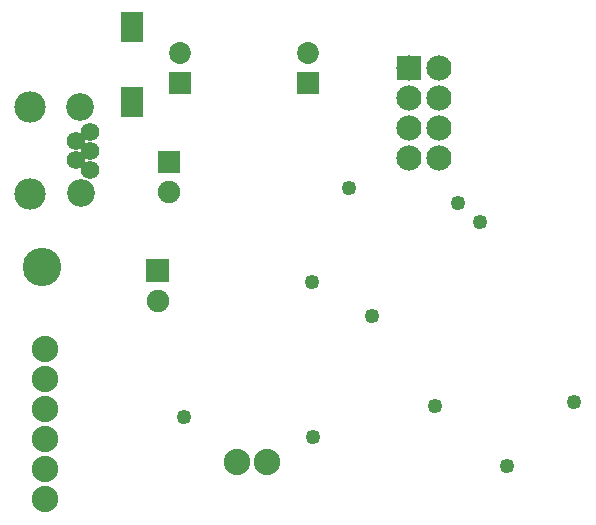
<source format=gbs>
G04 MADE WITH FRITZING*
G04 WWW.FRITZING.ORG*
G04 DOUBLE SIDED*
G04 HOLES PLATED*
G04 CONTOUR ON CENTER OF CONTOUR VECTOR*
%ASAXBY*%
%FSLAX23Y23*%
%MOIN*%
%OFA0B0*%
%SFA1.0B1.0*%
%ADD10C,0.092677*%
%ADD11C,0.084000*%
%ADD12C,0.049370*%
%ADD13C,0.072992*%
%ADD14C,0.128110*%
%ADD15C,0.061496*%
%ADD16C,0.104803*%
%ADD17C,0.088000*%
%ADD18C,0.075000*%
%ADD19R,0.084000X0.084000*%
%ADD20R,0.072992X0.072992*%
%ADD21R,0.072992X0.100551*%
%ADD22R,0.001000X0.001000*%
%LNMASK0*%
G90*
G70*
G54D10*
X222Y1320D03*
X220Y1606D03*
G54D11*
X1416Y1737D03*
X1416Y1637D03*
X1416Y1537D03*
X1416Y1437D03*
X1316Y1737D03*
X1316Y1637D03*
X1316Y1537D03*
X1316Y1437D03*
G54D12*
X1553Y1225D03*
X1478Y1287D03*
G54D13*
X553Y1689D03*
X553Y1787D03*
X978Y1689D03*
X978Y1787D03*
G54D14*
X91Y1075D03*
G54D15*
X253Y1525D03*
X253Y1462D03*
X253Y1399D03*
X206Y1494D03*
X206Y1431D03*
G54D16*
X52Y1318D03*
X52Y1606D03*
G54D12*
X1403Y612D03*
X566Y575D03*
G54D17*
X841Y425D03*
X741Y425D03*
X103Y800D03*
X103Y700D03*
X103Y600D03*
X103Y500D03*
X103Y400D03*
X103Y300D03*
G54D12*
X991Y1025D03*
X994Y507D03*
X1866Y625D03*
X1116Y1337D03*
X1641Y412D03*
X1191Y912D03*
G54D18*
X516Y1325D03*
X516Y1425D03*
X478Y962D03*
X478Y1062D03*
G54D19*
X1316Y1737D03*
G54D20*
X553Y1689D03*
X978Y1689D03*
G54D21*
X391Y1625D03*
X391Y1873D03*
G54D22*
X478Y1462D02*
X552Y1462D01*
X478Y1461D02*
X552Y1461D01*
X478Y1460D02*
X552Y1460D01*
X478Y1459D02*
X552Y1459D01*
X478Y1458D02*
X552Y1458D01*
X478Y1457D02*
X552Y1457D01*
X478Y1456D02*
X552Y1456D01*
X478Y1455D02*
X552Y1455D01*
X478Y1454D02*
X552Y1454D01*
X478Y1453D02*
X552Y1453D01*
X478Y1452D02*
X552Y1452D01*
X478Y1451D02*
X552Y1451D01*
X478Y1450D02*
X552Y1450D01*
X478Y1449D02*
X552Y1449D01*
X478Y1448D02*
X552Y1448D01*
X478Y1447D02*
X552Y1447D01*
X478Y1446D02*
X552Y1446D01*
X478Y1445D02*
X552Y1445D01*
X478Y1444D02*
X552Y1444D01*
X478Y1443D02*
X552Y1443D01*
X478Y1442D02*
X552Y1442D01*
X478Y1441D02*
X552Y1441D01*
X478Y1440D02*
X552Y1440D01*
X478Y1439D02*
X552Y1439D01*
X478Y1438D02*
X552Y1438D01*
X478Y1437D02*
X552Y1437D01*
X478Y1436D02*
X552Y1436D01*
X478Y1435D02*
X552Y1435D01*
X478Y1434D02*
X552Y1434D01*
X478Y1433D02*
X511Y1433D01*
X519Y1433D02*
X552Y1433D01*
X478Y1432D02*
X509Y1432D01*
X521Y1432D02*
X552Y1432D01*
X478Y1431D02*
X508Y1431D01*
X522Y1431D02*
X552Y1431D01*
X478Y1430D02*
X508Y1430D01*
X523Y1430D02*
X552Y1430D01*
X478Y1429D02*
X507Y1429D01*
X523Y1429D02*
X552Y1429D01*
X478Y1428D02*
X506Y1428D01*
X524Y1428D02*
X552Y1428D01*
X478Y1427D02*
X506Y1427D01*
X524Y1427D02*
X552Y1427D01*
X478Y1426D02*
X506Y1426D01*
X524Y1426D02*
X552Y1426D01*
X478Y1425D02*
X506Y1425D01*
X525Y1425D02*
X552Y1425D01*
X478Y1424D02*
X506Y1424D01*
X525Y1424D02*
X552Y1424D01*
X478Y1423D02*
X506Y1423D01*
X524Y1423D02*
X552Y1423D01*
X478Y1422D02*
X506Y1422D01*
X524Y1422D02*
X552Y1422D01*
X478Y1421D02*
X507Y1421D01*
X524Y1421D02*
X552Y1421D01*
X478Y1420D02*
X507Y1420D01*
X523Y1420D02*
X552Y1420D01*
X478Y1419D02*
X508Y1419D01*
X522Y1419D02*
X552Y1419D01*
X478Y1418D02*
X509Y1418D01*
X521Y1418D02*
X552Y1418D01*
X478Y1417D02*
X510Y1417D01*
X520Y1417D02*
X552Y1417D01*
X478Y1416D02*
X552Y1416D01*
X478Y1415D02*
X552Y1415D01*
X478Y1414D02*
X552Y1414D01*
X478Y1413D02*
X552Y1413D01*
X478Y1412D02*
X552Y1412D01*
X478Y1411D02*
X552Y1411D01*
X478Y1410D02*
X552Y1410D01*
X478Y1409D02*
X552Y1409D01*
X478Y1408D02*
X552Y1408D01*
X478Y1407D02*
X552Y1407D01*
X478Y1406D02*
X552Y1406D01*
X478Y1405D02*
X552Y1405D01*
X478Y1404D02*
X552Y1404D01*
X478Y1403D02*
X552Y1403D01*
X478Y1402D02*
X552Y1402D01*
X478Y1401D02*
X552Y1401D01*
X478Y1400D02*
X552Y1400D01*
X478Y1399D02*
X552Y1399D01*
X478Y1398D02*
X552Y1398D01*
X478Y1397D02*
X552Y1397D01*
X478Y1396D02*
X552Y1396D01*
X478Y1395D02*
X552Y1395D01*
X478Y1394D02*
X552Y1394D01*
X478Y1393D02*
X552Y1393D01*
X478Y1392D02*
X552Y1392D01*
X478Y1391D02*
X552Y1391D01*
X478Y1390D02*
X552Y1390D01*
X478Y1389D02*
X552Y1389D01*
X478Y1388D02*
X552Y1388D01*
X441Y1099D02*
X515Y1099D01*
X441Y1098D02*
X515Y1098D01*
X441Y1097D02*
X515Y1097D01*
X441Y1096D02*
X515Y1096D01*
X441Y1095D02*
X515Y1095D01*
X441Y1094D02*
X515Y1094D01*
X441Y1093D02*
X515Y1093D01*
X441Y1092D02*
X515Y1092D01*
X441Y1091D02*
X515Y1091D01*
X441Y1090D02*
X515Y1090D01*
X441Y1089D02*
X515Y1089D01*
X441Y1088D02*
X515Y1088D01*
X441Y1087D02*
X515Y1087D01*
X441Y1086D02*
X515Y1086D01*
X441Y1085D02*
X515Y1085D01*
X441Y1084D02*
X515Y1084D01*
X441Y1083D02*
X515Y1083D01*
X441Y1082D02*
X515Y1082D01*
X441Y1081D02*
X515Y1081D01*
X441Y1080D02*
X515Y1080D01*
X441Y1079D02*
X515Y1079D01*
X441Y1078D02*
X515Y1078D01*
X441Y1077D02*
X515Y1077D01*
X441Y1076D02*
X515Y1076D01*
X441Y1075D02*
X515Y1075D01*
X441Y1074D02*
X515Y1074D01*
X441Y1073D02*
X515Y1073D01*
X441Y1072D02*
X515Y1072D01*
X441Y1071D02*
X475Y1071D01*
X480Y1071D02*
X515Y1071D01*
X441Y1070D02*
X473Y1070D01*
X483Y1070D02*
X515Y1070D01*
X441Y1069D02*
X471Y1069D01*
X484Y1069D02*
X515Y1069D01*
X441Y1068D02*
X470Y1068D01*
X485Y1068D02*
X515Y1068D01*
X441Y1067D02*
X470Y1067D01*
X486Y1067D02*
X515Y1067D01*
X441Y1066D02*
X469Y1066D01*
X486Y1066D02*
X515Y1066D01*
X441Y1065D02*
X469Y1065D01*
X487Y1065D02*
X515Y1065D01*
X441Y1064D02*
X468Y1064D01*
X487Y1064D02*
X515Y1064D01*
X441Y1063D02*
X468Y1063D01*
X487Y1063D02*
X515Y1063D01*
X441Y1062D02*
X468Y1062D01*
X487Y1062D02*
X515Y1062D01*
X441Y1061D02*
X468Y1061D01*
X487Y1061D02*
X515Y1061D01*
X441Y1060D02*
X469Y1060D01*
X487Y1060D02*
X515Y1060D01*
X441Y1059D02*
X469Y1059D01*
X486Y1059D02*
X515Y1059D01*
X441Y1058D02*
X470Y1058D01*
X486Y1058D02*
X515Y1058D01*
X441Y1057D02*
X470Y1057D01*
X485Y1057D02*
X515Y1057D01*
X441Y1056D02*
X471Y1056D01*
X484Y1056D02*
X515Y1056D01*
X441Y1055D02*
X472Y1055D01*
X483Y1055D02*
X515Y1055D01*
X441Y1054D02*
X474Y1054D01*
X481Y1054D02*
X515Y1054D01*
X441Y1053D02*
X515Y1053D01*
X441Y1052D02*
X515Y1052D01*
X441Y1051D02*
X515Y1051D01*
X441Y1050D02*
X515Y1050D01*
X441Y1049D02*
X515Y1049D01*
X441Y1048D02*
X515Y1048D01*
X441Y1047D02*
X515Y1047D01*
X441Y1046D02*
X515Y1046D01*
X441Y1045D02*
X515Y1045D01*
X441Y1044D02*
X515Y1044D01*
X441Y1043D02*
X515Y1043D01*
X441Y1042D02*
X515Y1042D01*
X441Y1041D02*
X515Y1041D01*
X441Y1040D02*
X515Y1040D01*
X441Y1039D02*
X515Y1039D01*
X441Y1038D02*
X515Y1038D01*
X441Y1037D02*
X515Y1037D01*
X441Y1036D02*
X515Y1036D01*
X441Y1035D02*
X515Y1035D01*
X441Y1034D02*
X515Y1034D01*
X441Y1033D02*
X515Y1033D01*
X441Y1032D02*
X515Y1032D01*
X441Y1031D02*
X515Y1031D01*
X441Y1030D02*
X515Y1030D01*
X441Y1029D02*
X515Y1029D01*
X441Y1028D02*
X515Y1028D01*
X441Y1027D02*
X515Y1027D01*
X441Y1026D02*
X515Y1026D01*
X441Y1025D02*
X514Y1025D01*
D02*
G04 End of Mask0*
M02*
</source>
